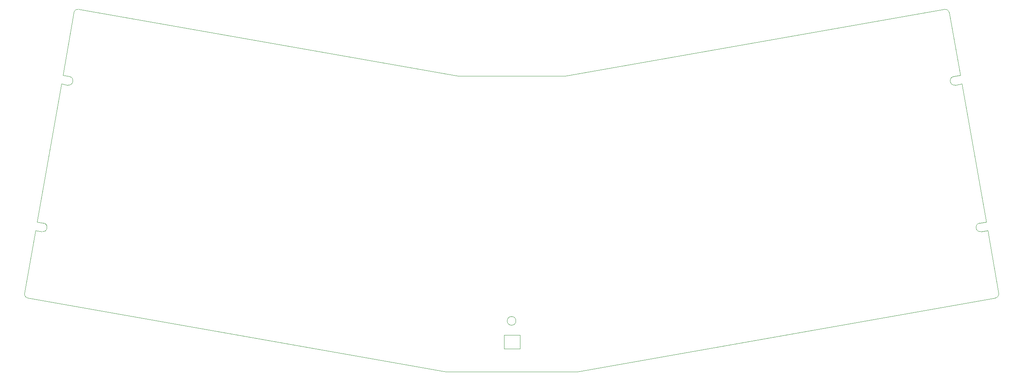
<source format=gbr>
%TF.GenerationSoftware,KiCad,Pcbnew,(5.1.10-1-10_14)*%
%TF.CreationDate,2021-09-19T11:37:43+09:00*%
%TF.ProjectId,Vpico,56706963-6f2e-46b6-9963-61645f706362,rev?*%
%TF.SameCoordinates,Original*%
%TF.FileFunction,Profile,NP*%
%FSLAX46Y46*%
G04 Gerber Fmt 4.6, Leading zero omitted, Abs format (unit mm)*
G04 Created by KiCad (PCBNEW (5.1.10-1-10_14)) date 2021-09-19 11:37:43*
%MOMM*%
%LPD*%
G01*
G04 APERTURE LIST*
%TA.AperFunction,Profile*%
%ADD10C,0.050000*%
%TD*%
%TA.AperFunction,Profile*%
%ADD11C,0.120000*%
%TD*%
G04 APERTURE END LIST*
D10*
X185000000Y-134500000D02*
G75*
G03*
X185000000Y-134500000I-1000000J0D01*
G01*
X168988893Y-146142501D02*
X199011107Y-146142501D01*
X171760051Y-78597547D02*
X196239949Y-78597547D01*
X295348618Y-128140172D02*
G75*
G02*
X294537459Y-129298627I-984807J-173648D01*
G01*
X291353508Y-114120930D02*
G75*
G02*
X291006212Y-112151316I-173648J984807D01*
G01*
X285449470Y-80637468D02*
G75*
G02*
X285102174Y-78667852I-173648J984808D01*
G01*
X282903030Y-63316508D02*
G75*
G02*
X284061487Y-64127667I173649J-984808D01*
G01*
X282903031Y-63316508D02*
X196239949Y-78597547D01*
X286579385Y-78407380D02*
X284061487Y-64127667D01*
X285102174Y-78667852D02*
X286579385Y-78407380D01*
X286926682Y-80376995D02*
X285449470Y-80637468D01*
X292483423Y-111890843D02*
X286926682Y-80376995D01*
X291006212Y-112151316D02*
X292483423Y-111890843D01*
X292830720Y-113860459D02*
X291353508Y-114120931D01*
X295348618Y-128140171D02*
X292830720Y-113860459D01*
X199011107Y-146142501D02*
X294537459Y-129298627D01*
X81420615Y-78407380D02*
X83938513Y-64127667D01*
X82897826Y-78667852D02*
X81420615Y-78407380D01*
X82550530Y-80637468D02*
X81073318Y-80376995D01*
X82897826Y-78667852D02*
G75*
G02*
X82550530Y-80637468I-173648J-984808D01*
G01*
X75516577Y-111890843D02*
X81073318Y-80376995D01*
X76646492Y-114120931D02*
X75169280Y-113860459D01*
X76993788Y-112151316D02*
X75516577Y-111890843D01*
X76993788Y-112151315D02*
G75*
G02*
X76646492Y-114120931I-173648J-984808D01*
G01*
X73462540Y-129298627D02*
G75*
G02*
X72651382Y-128140171I173649J984807D01*
G01*
X85096969Y-63316508D02*
X171760051Y-78597547D01*
X73462541Y-129298627D02*
X168988893Y-146142501D01*
X75169280Y-113860459D02*
X72651382Y-128140171D01*
X83938513Y-64127668D02*
G75*
G02*
X85096969Y-63316508I984808J-173648D01*
G01*
D11*
%TO.C,LED1*%
X185900000Y-140850000D02*
X182300000Y-140850000D01*
X185900000Y-137750000D02*
X185900000Y-140850000D01*
X182300000Y-137750000D02*
X185900000Y-137750000D01*
X182300000Y-140850000D02*
X182300000Y-137750000D01*
%TD*%
M02*

</source>
